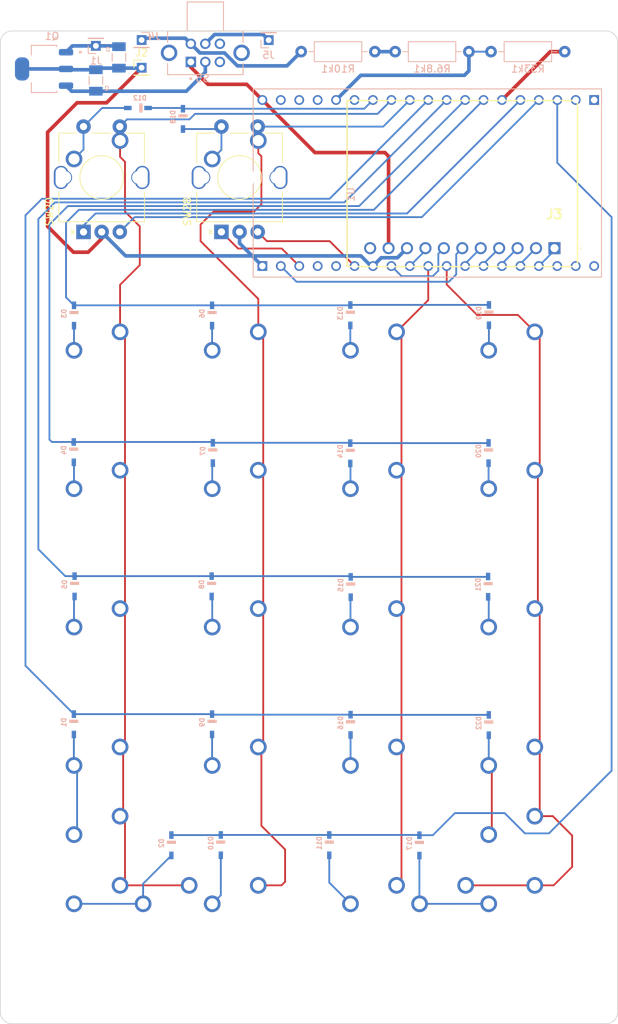
<source format=kicad_pcb>
(kicad_pcb (version 20221018) (generator pcbnew)
  (layers (0 "F.Cu" signal) (31 "B.Cu" signal) (34 "B.Paste" user) (35 "F.Paste" user) (36 "B.SilkS" user "B.Silkscreen") (37 "F.SilkS" user "F.Silkscreen") (38 "B.Mask" user) (39 "F.Mask" user) (44 "Edge.Cuts" user))
  (net 0 "")
  (net 1 "Net-(D19-PadA)")
  (net 2 "Net-(D20-PadA)")
  (net 3 "Net-(D21-PadA)")
  (net 4 "Net-(D22-PadA)")
  (net 5 "Net-(D2-PadA)")
  (net 6 "Net-(D5-PadA)")
  (net 7 "Net-(D6-PadA)")
  (net 8 "Net-(D7-PadA)")
  (net 9 "Net-(D8-PadA)")
  (net 10 "Net-(D9-PadA)")
  (net 11 "Net-(D10-PadA)")
  (net 12 "Net-(D11-PadA)")
  (net 13 "Net-(D12-PadA)")
  (net 14 "Net-(D13-PadA)")
  (net 15 "Net-(D14-PadA)")
  (net 16 "Net-(D15-PadA)")
  (net 17 "Net-(D16-PadA)")
  (net 18 "Net-(D17-PadA)")
  (net 19 "Net-(D18-PadA)")
  (net 20 "Net-(D1-PadA)")
  (net 21 "Net-(D3-PadA)")
  (net 22 "Net-(D4-PadA)")
  (net 25 "Batt V")
  (net 26 "Net-(Q1-S)")
  (net 31 "Net-(R10k1-Pad2)")
  (net 39 "GND")
  (net 40 "3.3V")
  (net 41 "SCK")
  (net 42 "MISO")
  (net 43 "MOSI")
  (net 44 "TFTCS")
  (net 45 "RST")
  (net 46 "DC")
  (net 47 "SDCS")
  (net 48 "LIT")
  (net 49 "Row5")
  (net 50 "Row6")
  (net 51 "Row2")
  (net 52 "Row3")
  (net 53 "Row4")
  (net 54 "Row1")
  (net 55 "Col1")
  (net 56 "Col2")
  (net 57 "Col3")
  (net 58 "Col4")
  (net 59 "Enc1A")
  (net 60 "Enc1B")
  (net 61 "Enc2A")
  (net 62 "Enc2B")
  (net 63 "Batt V Pin")
  (net 64 "Batt v in")
  (net 65 "Net-(J1-Pin_1)")
  (net 67 "GND2")
  (footprint "PCM_marbastlib-mx:SW_MX_1u" (layer "F.Cu") (at 73.74375 67.6055)
    (fp_text reference "SW14" hide)
    (fp_text value "MX_SW_solder" hide)
  )
  (footprint "PCM_marbastlib-mx:SW_MX_1u" (layer "F.Cu") (at 54.69375 86.6555)
    (fp_text reference "SW9" hide)
    (fp_text value "MX_SW_solder" hide)
  )
  (footprint "PCM_marbastlib-mx:SW_MX_1u" (layer "F.Cu") (at 35.64375 67.6055)
    (fp_text reference "SW1" hide)
    (fp_text value "MX_SW_solder" hide)
  )
  (footprint "PCM_marbastlib-mx:SW_MX_1u" (layer "F.Cu") (at 35.64375 143.8055)
    (fp_text reference "SW6" hide)
    (fp_text value "MX_SW_solder" hide)
  )
  (footprint "PCM_marbastlib-mx:STAB_MX_2u" (layer "F.Cu") (at 35.64375 134.2805 90)
    (fp_text reference "S1" hide)
    (fp_text value "MX_stab")
  )
  (footprint "PCM_marbastlib-mx:SW_MX_1u" (layer "F.Cu") (at 35.64375 124.7555)
    (fp_text reference "SW5" hide)
    (fp_text value "MX_SW_solder" hide)
  )
  (footprint "PCM_marbastlib-mx:SW_MX_1u" (layer "F.Cu") (at 35.64375 41.268)
    (fp_text reference "SW13" hide)
    (fp_text value "MX_SW_solder" hide)
  )
  (footprint "KiCad:4383" (layer "F.Cu") (at 98.04375 51.0055)
    (fp_text reference "J3")
    (fp_text value "4383" hide)
  )
  (footprint "PCM_marbastlib-mx:STAB_MX_2u" (layer "F.Cu") (at 92.79375 134.2805 -90)
    (fp_text reference "S4" hide)
    (fp_text value "MX_stab")
  )
  (footprint "PCM_marbastlib-mx:SW_MX_1u" (layer "F.Cu") (at 54.69375 105.7055)
    (fp_text reference "SW10" hide)
    (fp_text value "MX_SW_solder" hide)
  )
  (footprint "PCM_marbastlib-mx:SW_MX_1u" (layer "F.Cu") (at 54.69375 124.7555)
    (fp_text reference "SW11" hide)
    (fp_text value "MX_SW_solder" hide)
  )
  (footprint "PCM_marbastlib-mx:SW_MX_1u" (layer "F.Cu") (at 54.69375 143.8055)
    (fp_text reference "SW12" hide)
    (fp_text value "MX_SW_solder" hide)
  )
  (footprint "PCM_marbastlib-mx:SW_MX_1u" (layer "F.Cu") (at 35.64375 105.7055)
    (fp_text reference "SW3" hide)
    (fp_text value "MX_SW_solder" hide)
  )
  (footprint "PCM_marbastlib-mx:SW_MX_1u" (layer "F.Cu") (at 73.74375 86.6555)
    (fp_text reference "SW15" hide)
    (fp_text value "MX_SW_solder" hide)
  )
  (footprint "PCM_marbastlib-mx:SW_MX_1u" (layer "F.Cu") (at 83.26875 143.8055)
    (fp_text reference "SW19" hide)
    (fp_text value "MX_SW_solder" hide)
  )
  (footprint "PCM_marbastlib-mx:SW_MX_1u" (layer "F.Cu") (at 92.79375 67.6055)
    (fp_text reference "SW22" hide)
    (fp_text value "MX_SW_solder" hide)
  )
  (footprint "PCM_marbastlib-mx:STAB_MX_2u" (layer "F.Cu") (at 45.16875 143.8055 180)
    (fp_text reference "S2" hide)
    (fp_text value "MX_stab")
  )
  (footprint "PCM_marbastlib-mx:SW_MX_1u" (layer "F.Cu") (at 54.69375 41.268)
    (fp_text reference "SW21" hide)
    (fp_text value "MX_SW_solder" hide)
  )
  (footprint "PCM_marbastlib-mx:SW_MX_1u" (layer "F.Cu") (at 92.79375 134.2805)
    (fp_text reference "SW25" hide)
    (fp_text value "MX_SW_solder" hide)
  )
  (footprint "PCM_marbastlib-mx:SW_MX_1u" (layer "F.Cu") (at 35.64375 134.2805)
    (fp_text reference "SW4" hide)
    (fp_text value "MX_SW_solder" hide)
  )
  (footprint "PCM_marbastlib-mx:STAB_MX_2u" (layer "F.Cu") (at 83.26875 143.8055 180)
    (fp_text reference "S3" hide)
    (fp_text value "MX_stab")
  )
  (footprint "PCM_marbastlib-mx:SW_MX_1u" (layer "F.Cu") (at 92.79375 105.7055)
    (fp_text reference "SW24" hide)
    (fp_text value "MX_SW_solder" hide)
  )
  (footprint "Rotary_Encoder:RotaryEncoder_Alps_EC11E-Switch_Vertical_H20mm" (layer "F.Cu") (at 52.15 48.768 90)
    (fp_text reference "SW28")
    (fp_text value "RotaryEncoder_Switch")
  )
  (footprint "PCM_marbastlib-mx:SW_MX_1u" (layer "F.Cu") (at 73.74375 105.7055)
    (fp_text reference "SW16" hide)
    (fp_text value "MX_SW_solder" hide)
  )
  (footprint "Rotary_Encoder:RotaryEncoder_Alps_EC11E-Switch_Vertical_H20mm" (layer "F.Cu") (at 33.14375 48.768 90)
    (fp_text reference "SW20")
    (fp_text value "RotaryEncoder_Switch")
  )
  (footprint "PCM_marbastlib-mx:SW_MX_1u" (layer "F.Cu") (at 92.79375 143.8055)
    (fp_text reference "SW27" hide)
    (fp_text value "MX_SW_solder" hide)
  )
  (footprint "Connector_PinHeader_2.00mm:PinHeader_1x01_P2.00mm_Vertical" (layer "F.Cu") (at 41.148 26.162)
    (fp_text reference "J2")
    (fp_text value "Vout-")
  )
  (footprint "PCM_marbastlib-mx:SW_MX_1u" (layer "F.Cu") (at 54.69375 67.6055)
    (fp_text reference "SW8" hide)
    (fp_text value "MX_SW_solder" hide)
  )
  (footprint "PCM_marbastlib-mx:SW_MX_1u" (layer "F.Cu") (at 92.79375 86.6555)
    (fp_text reference "SW23" hide)
    (fp_text value "MX_SW_solder" hide)
  )
  (footprint "PCM_marbastlib-mx:SW_MX_1u" (layer "F.Cu") (at 73.74375 124.7555)
    (fp_text reference "SW17" hide)
    (fp_text value "MX_SW_solder" hide)
  )
  (footprint "PCM_marbastlib-mx:SW_MX_1u" (layer "F.Cu") (at 92.79375 124.7555)
    (fp_text reference "SW26" hide)
    (fp_text value "MX_SW_solder" hide)
  )
  (footprint "PCM_marbastlib-mx:SW_MX_1u" (layer "F.Cu") (at 73.74375 143.8055)
    (fp_text reference "SW18" hide)
    (fp_text value "MX_SW_solder" hide)
  )
  (footprint "PCM_marbastlib-mx:SW_MX_1u" (layer "F.Cu") (at 45.16875 143.8055)
    (fp_text reference "SW7" hide)
    (fp_text value "MX_SW_solder" hide)
  )
  (footprint "PCM_marbastlib-mx:SW_MX_1u" (layer "F.Cu") (at 35.64375 86.6555)
    (fp_text reference "SW2" hide)
    (fp_text value "MX_SW_solder" hide)
  )
  (footprint "Resistor_THT:R_Axial_DIN0207_L6.3mm_D2.5mm_P10.16mm_Horizontal" (layer "B.Cu") (at 89.30125 23.94925)
    (fp_text reference "R33k1")
    (fp_text value "R")
  )
  (footprint "1N4148WS:SODFL2512X100N" (layer "B.Cu") (at 69.90375 79.2455 -90)
    (fp_text reference "D14")
    (fp_text value "1N4148WS")
  )
  (footprint "1N4148WS:SODFL2512X100N" (layer "B.Cu") (at 50.80375 97.5555 -90)
    (fp_text reference "D8")
    (fp_text value "1N4148WS")
  )
  (footprint "EG2208:SW_EG2208" (layer "B.Cu") (at 49.93125 24.1145)
    (fp_text reference "S5")
    (fp_text value "Switch")
  )
  (footprint "1N4148WS:SODFL2512X100N" (layer "B.Cu") (at 69.94375 116.6255 -90)
    (fp_text reference "D16")
    (fp_text value "1N4148WS")
  )
  (footprint "1N4148WS:SODFL2512X100N" (layer "B.Cu") (at 50.86375 116.5555 -90)
    (fp_text reference "D9")
    (fp_text value "1N4148WS")
  )
  (footprint "1N4148WS:SODFL2512X100N" (layer "B.Cu") (at 69.96375 97.6555 -90)
    (fp_text reference "D15")
    (fp_text value "1N4148WS")
  )
  (footprint "1N4148WS:SODFL2512X100N" (layer "B.Cu") (at 31.83375 60.2755 -90)
    (fp_text reference "D3")
    (fp_text value "1N4148WS")
  )
  (footprint "1N4148WS:SODFL2512X100N" (layer "B.Cu") (at 31.80375 79.0855 -90)
    (fp_text reference "D4")
    (fp_text value "1N4148WS")
  )
  (footprint "1uF smd cap:CAPC3216X170N" (layer "B.Cu") (at 38.025 24.743 -90)
    (fp_text reference "C1")
    (fp_text value "1uF Cap")
  )
  (footprint "1uF smd cap:CAPC3216X170N" (layer "B.Cu") (at 34.85 27.918 90)
    (fp_text reference "C2")
    (fp_text value "1uF Cap")
  )
  (footprint "1N4148WS:SODFL2512X100N" (layer "B.Cu") (at 79.43375 133.2255 -90)
    (fp_text reference "D17")
    (fp_text value "1N4148WS")
  )
  (footprint "1N4148WS:SODFL2512X100N" (layer "B.Cu") (at 69.91375 60.2355 -90)
    (fp_text reference "D13")
    (fp_text value "1N4148WS")
  )
  (footprint "ESP32_NODEMCU:MODULE_ESP32_NODEMCU" (layer "B.Cu") (at 83.19375 56.0055 -90)
    (fp_text reference "U1")
    (fp_text value "ESP32_NODEMCU")
  )
  (footprint "Connector_PinHeader_2.00mm:PinHeader_1x01_P2.00mm_Vertical" (layer "B.Cu") (at 58.6625 22.36175)
    (fp_text reference "J5")
    (fp_text value "Batt lead")
  )
  (footprint "1N4148WS:SODFL2512X100N" (layer "B.Cu") (at 67.01375 133.1855 -90)
    (fp_text reference "D11")
    (fp_text value "1N4148WS")
  )
  (footprint "Resistor_THT:R_Axial_DIN0207_L6.3mm_D2.5mm_P10.16mm_Horizontal" (layer "B.Cu") (at 76.093252 23.94925)
    (fp_text reference "R6.8k1")
    (fp_text value "R")
  )
  (footprint "Connector_PinHeader_2.00mm:PinHeader_1x01_P2.00mm_Vertical" (layer "B.Cu") (at 41.148 22.352 180)
    (fp_text reference "J4")
    (fp_text value "Batt link")
  )
  (footprint "1N4148WS:SODFL2512X100N" (layer "B.Cu") (at 89.01375 60.2155 -90)
    (fp_text reference "D19")
    (fp_text value "1N4148WS")
  )
  (footprint "1N4148WS:SODFL2512X100N" (layer "B.Cu") (at 46.84375 33.2055 -90)
    (fp_text reference "D18")
    (fp_text value "1N4148WS")
  )
  (footprint "1N4148WS:SODFL2512X100N" (layer "B.Cu") (at 40.64375 31.7055 180)
    (fp_text reference "D12")
    (fp_text value "1N4148WS")
  )
  (footprint "Connector_PinHeader_2.00mm:PinHeader_1x01_P2.00mm_Vertical" (layer "B.Cu") (at 34.85 23.1555)
    (fp_text reference "J1")
    (fp_text value "Vout+")
  )
  (footprint "1N4148WS:SODFL2512X100N" (layer "B.Cu") (at 31.81375 116.5555 -90)
    (fp_text reference "D1")
    (fp_text value "1N4148WS")
  )
  (footprint "Resistor_THT:R_Axial_DIN0207_L6.3mm_D2.5mm_P10.16mm_Horizontal" (layer "B.Cu") (at 63.139251 23.94925)
    (fp_text reference "R10k1")
    (fp_text value "R")
  )
  (footprint "1N4148WS:SODFL2512X100N" (layer "B.Cu") (at 50.96375 79.1955 -90)
    (fp_text reference "D7")
    (fp_text value "1N4148WS")
  )
  (footprint "1N4148WS:SODFL2512X100N" (layer "B.Cu") (at 88.96375 79.2055 -90)
    (fp_text reference "D20")
    (fp_text value "1N4148WS")
  )
  (footprint "1N4148WS:SODFL2512X100N" (layer "B.Cu") (at 88.90375 97.6055 -90)
    (fp_text reference "D21")
    (fp_text value "1N4148WS")
  )
  (footprint "1N4148WS:SODFL2512X100N" (layer "B.Cu") (at 50.86375 60.2755 -90)
    (fp_text reference "D6")
    (fp_text value "1N4148WS")
  )
  (footprint "3.3V IC REG LIN:SOT230P700X180-4N" (layer "B.Cu") (at 27.70625 26.3305 180)
    (fp_text reference "Q1")
    (fp_text value "3.3V Reg")
  )
  (footprint "1N4148WS:SODFL2512X100N" (layer "B.Cu") (at 52.06375 133.1855 -90)
    (fp_text reference "D10")
    (fp_text value "1N4148WS")
  )
  (footprint "1N4148WS:SODFL2512X100N" (layer "B.Cu") (at 45.25375 133.2055 -90)
    (fp_text reference "D2")
    (fp_text value "1N4148WS")
  )
  (footprint "1N4148WS:SODFL2512X100N" (layer "B.Cu") (at 31.91375 97.5555 -90)
    (fp_text reference "D5")
    (fp_text value "1N4148WS")
  )
  (footprint "1N4148WS:SODFL2512X100N" (layer "B.Cu") (at 88.99375 116.6555 -90)
    (fp_text reference "D22")
    (fp_text value "1N4148WS")
  )
  (gr_line (start 23.272532 157.764218) (end 105.164968 157.764218) (stroke (width 0.1)) (layer "Edge.Cuts"))
  (gr_arc (start 21.685032 22.690532) (mid 22.149999 21.567999) (end 23.272532 21.103032) (stroke (width 0.1)) (layer "Edge.Cuts"))
  (gr_arc (start 106.752468 156.176718) (mid 106.287492 157.299227) (end 105.164968 157.764218) (stroke (width 0.1)) (layer "Edge.Cuts"))
  (gr_line (start 105.164968 21.103032) (end 23.272532 21.103032) (stroke (width 0.1)) (layer "Edge.Cuts"))
  (gr_line (start 21.685032 22.690532) (end 21.685032 156.176718) (stroke (width 0.1)) (layer "Edge.Cuts"))
  (gr_arc (start 23.272532 157.764218) (mid 22.150005 157.299245) (end 21.685032 156.176718) (stroke (width 0.1)) (layer "Edge.Cuts"))
  (gr_arc (start 105.164968 21.103032) (mid 106.28748 21.56802) (end 106.752468 22.690532) (stroke (width 0.1)) (layer "Edge.Cuts"))
  (gr_line (start 106.752468 156.176718) (end 106.752468 22.690532) (stroke (width 0.1)) (layer "Edge.Cuts"))
  (segment (start 89.01375 65.0355) (end 88.98375 65.0655) (width 0.25) (layer "B.Cu") (net 1))
  (segment (start 89.01375 61.6155) (end 89.01375 65.0355) (width 0.25) (layer "B.Cu") (net 1))
  (segment (start 88.96375 80.6055) (end 88.96375 84.0955) (width 0.25) (layer "B.Cu") (net 2))
  (segment (start 88.96375 84.0955) (end 88.98375 84.1155) (width 0.25) (layer "B.Cu") (net 2))
  (segment (start 88.98375 99.0855) (end 88.90375 99.0055) (width 0.25) (layer "B.Cu") (net 3))
  (segment (start 88.98375 103.1655) (end 88.98375 99.0855) (width 0.25) (layer "B.Cu") (net 3))
  (segment (start 89.408 122.63975) (end 89.408 131.31625) (width 0.25) (layer "F.Cu") (net 4))
  (segment (start 89.408 131.31625) (end 88.98375 131.7405) (width 0.25) (layer "F.Cu") (net 4))
  (segment (start 88.98375 122.2155) (end 89.408 122.63975) (width 0.25) (layer "F.Cu") (net 4))
  (segment (start 88.98375 118.0655) (end 88.99375 118.0555) (width 0.25) (layer "B.Cu") (net 4))
  (segment (start 88.98375 122.2155) (end 88.98375 118.0655) (width 0.25) (layer "B.Cu") (net 4))
  (segment (start 41.35875 141.2655) (end 41.35875 138.5005) (width 0.25) (layer "B.Cu") (net 5))
  (segment (start 41.35875 138.5005) (end 45.25375 134.6055) (width 0.25) (layer "B.Cu") (net 5))
  (segment (start 31.83375 141.2655) (end 41.35875 141.2655) (width 0.25) (layer "B.Cu") (net 5))
  (segment (start 31.83375 99.0355) (end 31.91375 98.9555) (width 0.25) (layer "B.Cu") (net 6))
  (segment (start 31.83375 103.1655) (end 31.83375 99.0355) (width 0.25) (layer "B.Cu") (net 6))
  (segment (start 50.86375 65.0455) (end 50.88375 65.0655) (width 0.25) (layer "B.Cu") (net 7))
  (segment (start 50.86375 61.6755) (end 50.86375 65.0455) (width 0.25) (layer "B.Cu") (net 7))
  (segment (start 50.88375 80.6755) (end 50.96375 80.5955) (width 0.25) (layer "B.Cu") (net 8))
  (segment (start 50.88375 84.1155) (end 50.88375 80.6755) (width 0.25) (layer "B.Cu") (net 8))
  (segment (start 50.88375 99.0355) (end 50.80375 98.9555) (width 0.25) (layer "B.Cu") (net 9))
  (segment (start 50.88375 103.1655) (end 50.88375 99.0355) (width 0.25) (layer "B.Cu") (net 9))
  (segment (start 50.86375 122.1955) (end 50.88375 122.2155) (width 0.25) (layer "B.Cu") (net 10))
  (segment (start 50.86375 117.9555) (end 50.86375 122.1955) (width 0.25) (layer "B.Cu") (net 10))
  (segment (start 52.06375 140.0855) (end 50.88375 141.2655) (width 0.25) (layer "B.Cu") (net 11))
  (segment (start 52.06375 134.5855) (end 52.06375 140.0855) (width 0.25) (layer "B.Cu") (net 11))
  (segment (start 67.01375 134.5855) (end 67.01375 138.3455) (width 0.25) (layer "B.Cu") (net 12))
  (segment (start 67.01375 138.3455) (end 69.93375 141.2655) (width 0.25) (layer "B.Cu") (net 12))
  (segment (start 33.14375 37.418) (end 31.83375 38.728) (width 0.25) (layer "B.Cu") (net 13))
  (segment (start 35.70625 31.7055) (end 39.24375 31.7055) (width 0.25) (layer "B.Cu") (net 13))
  (segment (start 33.14375 34.268) (end 35.70625 31.7055) (width 0.25) (layer "B.Cu") (net 13))
  (segment (start 33.14375 34.268) (end 33.14375 37.418) (width 0.25) (layer "B.Cu") (net 13))
  (segment (start 69.91375 61.6355) (end 69.91375 65.0455) (width 0.25) (layer "B.Cu") (net 14))
  (segment (start 69.91375 65.0455) (end 69.93375 65.0655) (width 0.25) (layer "B.Cu") (net 14))
  (segment (start 69.93375 84.1155) (end 69.93375 80.6755) (width 0.25) (layer "B.Cu") (net 15))
  (segment (start 69.93375 80.6755) (end 69.90375 80.6455) (width 0.25) (layer "B.Cu") (net 15))
  (segment (start 69.93375 103.1655) (end 69.93375 99.0855) (width 0.25) (layer "B.Cu") (net 16))
  (segment (start 69.93375 99.0855) (end 69.96375 99.0555) (width 0.25) (layer "B.Cu") (net 16))
  (segment (start 69.94375 118.0255) (end 69.94375 122.2055) (width 0.25) (layer "B.Cu") (net 17))
  (segment (start 69.94375 122.2055) (end 69.93375 122.2155) (width 0.25) (layer "B.Cu") (net 17))
  (segment (start 79.43375 141.2405) (end 79.45875 141.2655) (width 0.25) (layer "B.Cu") (net 18))
  (segment (start 79.45875 141.2655) (end 88.98375 141.2655) (width 0.25) (layer "B.Cu") (net 18))
  (segment (start 79.43375 134.6255) (end 79.43375 141.2405) (width 0.25) (layer "B.Cu") (net 18))
  (segment (start 52.15 37.46175) (end 50.88375 38.728) (width 0.25) (layer "B.Cu") (net 19))
  (segment (start 51.8125 34.6055) (end 52.15 34.268) (width 0.25) (layer "B.Cu") (net 19))
  (segment (start 46.84375 34.6055) (end 51.8125 34.6055) (width 0.25) (layer "B.Cu") (net 19))
  (segment (start 52.15 34.268) (end 52.15 37.46175) (width 0.25) (layer "B.Cu") (net 19))
  (segment (start 31.81375 117.9555) (end 31.81375 122.1955) (width 0.25) (layer "B.Cu") (net 20))
  (segment (start 32.258 122.63975) (end 32.258 131.31625) (width 0.25) (layer "B.Cu") (net 20))
  (segment (start 31.83375 122.2155) (end 32.258 122.63975) (width 0.25) (layer "B.Cu") (net 20))
  (segment (start 31.81375 122.1955) (end 31.83375 122.2155) (width 0.25) (layer "B.Cu") (net 20))
  (segment (start 32.258 131.31625) (end 31.83375 131.7405) (width 0.25) (layer "B.Cu") (net 20))
  (segment (start 31.83375 61.6755) (end 31.83375 65.0655) (width 0.25) (layer "B.Cu") (net 21))
  (segment (start 31.83375 80.5155) (end 31.80375 80.4855) (width 0.25) (layer "B.Cu") (net 22))
  (segment (start 31.83375 84.1155) (end 31.83375 80.5155) (width 0.25) (layer "B.Cu") (net 22))
  (segment (start 51.20575 21.59) (end 57.89075 21.59) (width 0.5) (layer "B.Cu") (net 25))
  (segment (start 49.93125 22.8645) (end 51.20575 21.59) (width 0.5) (layer "B.Cu") (net 25))
  (segment (start 57.89075 21.59) (end 58.6625 22.36175) (width 0.5) (layer "B.Cu") (net 25))
  (segment (start 31.49575 29.395) (end 34.85 29.395) (width 0.5) (layer "B.Cu") (net 26))
  (segment (start 34.85 29.395) (end 47.313 29.395) (width 0.5) (layer "B.Cu") (net 26))
  (segment (start 47.313 29.395) (end 49.93125 26.77675) (width 0.5) (layer "B.Cu") (net 26))
  (segment (start 49.93125 26.77675) (end 49.93125 25.3645) (width 0.5) (layer "B.Cu") (net 26))
  (segment (start 30.73125 28.6305) (end 31.49575 29.395) (width 0.5) (layer "B.Cu") (net 26))
  (segment (start 73.299251 23.94925) (end 76.093252 23.94925) (width 0.5) (layer "B.Cu") (net 31))
  (segment (start 36.576 30.734) (end 36.322 30.988) (width 0.5) (layer "F.Cu") (net 39))
  (segment (start 28.194 48.006) (end 31.75 51.562) (width 0.5) (layer "F.Cu") (net 39))
  (segment (start 36.322 30.988) (end 32.258 30.988) (width 0.5) (layer "F.Cu") (net 39))
  (segment (start 33.528 51.562) (end 33.782 51.562) (width 0.5) (layer "F.Cu") (net 39))
  (segment (start 31.75 51.562) (end 33.528 51.562) (width 0.5) (layer "F.Cu") (net 39))
  (segment (start 35.64375 48.768) (end 35.64375 49.70025) (width 0.5) (layer "F.Cu") (net 39))
  (segment (start 32.258 30.988) (end 28.194 35.052) (width 0.5) (layer "F.Cu") (net 39))
  (segment (start 35.64375 49.70025) (end 33.782 51.562) (width 0.5) (layer "F.Cu") (net 39))
  (segment (start 28.194 43.688) (end 28.194 48.006) (width 0.5) (layer "F.Cu") (net 39))
  (segment (start 41.148 26.162) (end 36.576 30.734) (width 0.5) (layer "F.Cu") (net 39))
  (segment (start 28.194 35.052) (end 28.194 43.688) (width 0.5) (layer "F.Cu") (net 39))
  (segment (start 73.03375 53.4655) (end 74.17525 52.324) (width 0.5) (layer "B.Cu") (net 39))
  (segment (start 56.388 52.07) (end 71.374 52.07) (width 0.5) (layer "B.Cu") (net 39))
  (segment (start 57.7835 53.4655) (end 57.79375 53.4655) (width 0.5) (layer "B.Cu") (net 39))
  (segment (start 35.071 26.22) (end 34.85 26.441) (width 0.5) (layer "B.Cu") (net 39))
  (segment (start 35.64375 48.768) (end 38.94575 52.07) (width 0.5) (layer "B.Cu") (net 39))
  (segment (start 38.025 26.22) (end 35.071 26.22) (width 0.5) (layer "B.Cu") (net 39))
  (segment (start 30.73125 26.3305) (end 30.84175 26.441) (width 0.5) (layer "B.Cu") (net 39))
  (segment (start 24.68125 26.3305) (end 30.73125 26.3305) (width 0.5) (layer "B.Cu") (net 39))
  (segment (start 30.84175 26.441) (end 34.85 26.441) (width 0.5) (layer "B.Cu") (net 39))
  (segment (start 71.374 52.07) (end 72.7695 53.4655) (width 0.5) (layer "B.Cu") (net 39))
  (segment (start 74.17525 52.324) (end 76.40525 52.324) (width 0.5) (layer "B.Cu") (net 39))
  (segment (start 54.65 48.768) (end 54.65 50.332) (width 0.5) (layer "B.Cu") (net 39))
  (segment (start 54.65 50.332) (end 56.388 52.07) (width 0.5) (layer "B.Cu") (net 39))
  (segment (start 72.7695 53.4655) (end 73.03375 53.4655) (width 0.5) (layer "B.Cu") (net 39))
  (segment (start 41.09 26.22) (end 41.148 26.162) (width 0.5) (layer "B.Cu") (net 39))
  (segment (start 56.388 52.07) (end 57.7835 53.4655) (width 0.5) (layer "B.Cu") (net 39))
  (segment (start 76.40525 52.324) (end 77.72375 51.0055) (width 0.5) (layer "B.Cu") (net 39))
  (segment (start 38.94575 52.07) (end 56.388 52.07) (width 0.5) (layer "B.Cu") (net 39))
  (segment (start 38.025 26.22) (end 41.09 26.22) (width 0.5) (layer "B.Cu") (net 39))
  (segment (start 57.79375 30.6055) (end 65.024 37.83575) (width 0.5) (layer "F.Cu") (net 40))
  (segment (start 74.676 37.846) (end 75.18375 38.35375) (width 0.5) (layer "F.Cu") (net 40))
  (segment (start 50.292 28.448) (end 55.63625 28.448) (width 0.5) (layer "F.Cu") (net 40))
  (segment (start 55.63625 28.448) (end 57.79375 30.6055) (width 0.5) (layer "F.Cu") (net 40))
  (segment (start 75.18375 38.35375) (end 75.18375 51.0055) (width 0.5) (layer "F.Cu") (net 40))
  (segment (start 47.93125 26.08725) (end 50.292 28.448) (width 0.5) (layer "F.Cu") (net 40))
  (segment (start 65.024 37.83575) (end 65.024 37.846) (width 0.5) (layer "F.Cu") (net 40))
  (segment (start 65.024 37.846) (end 74.676 37.846) (width 0.5) (layer "F.Cu") (net 40))
  (segment (start 47.93125 25.3645) (end 47.93125 26.08725) (width 0.5) (layer "F.Cu") (net 40))
  (segment (start 78.11375 53.4655) (end 80.26375 51.3155) (width 0.25) (layer "B.Cu") (net 41))
  (segment (start 80.26375 51.3155) (end 80.26375 51.0055) (width 0.25) (layer "B.Cu") (net 41))
  (segment (start 81.28 54.864) (end 82.042 54.102) (width 0.25) (layer "B.Cu") (net 42))
  (segment (start 82.042 54.102) (end 82.042 51.76725) (width 0.25) (layer "B.Cu") (net 42))
  (segment (start 75.57375 53.4655) (end 76.97225 54.864) (width 0.25) (layer "B.Cu") (net 42))
  (segment (start 76.97225 54.864) (end 81.28 54.864) (width 0.25) (layer "B.Cu") (net 42))
  (segment (start 82.042 51.76725) (end 82.80375 51.0055) (width 0.25) (layer "B.Cu") (net 42))
  (segment (start 84.511251 54.61) (end 83.495251 55.626) (width 0.25) (layer "B.Cu") (net 43))
  (segment (start 84.511251 51.837999) (end 84.511251 54.61) (width 0.25) (layer "B.Cu") (net 43))
  (segment (start 85.34375 51.0055) (end 84.511251 51.837999) (width 0.25) (layer "B.Cu") (net 43))
  (segment (start 62.49425 55.626) (end 60.33375 53.4655) (width 0.25) (layer "B.Cu") (net 43))
  (segment (start 83.495251 55.626) (end 62.49425 55.626) (width 0.25) (layer "B.Cu") (net 43))
  (segment (start 87.88375 51.0055) (end 85.73375 53.1555) (width 0.25) (layer "B.Cu") (net 44))
  (segment (start 85.73375 53.1555) (end 85.73375 53.4655) (width 0.25) (layer "B.Cu") (net 44))
  (segment (start 88.27375 53.1555) (end 88.27375 53.4655) (width 0.25) (layer "B.Cu") (net 45))
  (segment (start 90.42375 51.0055) (end 88.27375 53.1555) (width 0.25) (layer "B.Cu") (net 45))
  (segment (start 90.81375 53.1555) (end 90.81375 53.4655) (width 0.25) (layer "B.Cu") (net 46))
  (segment (start 92.96375 51.0055) (end 90.81375 53.1555) (width 0.25) (layer "B.Cu") (net 46))
  (segment (start 95.50375 51.0055) (end 93.35375 53.1555) (width 0.25) (layer "B.Cu") (net 47))
  (segment (start 93.35375 53.1555) (end 93.35375 53.4655) (width 0.25) (layer "B.Cu") (net 47))
  (segment (start 98.04375 51.0055) (end 98.04375 51.3155) (width 0.25) (layer "B.Cu") (net 48))
  (segment (start 98.04375 51.3155) (end 95.89375 53.4655) (width 0.25) (layer "B.Cu") (net 48))
  (segment (start 31.73875 115.2305) (end 31.81375 115.1555) (width 0.25) (layer "B.Cu") (net 49))
  (segment (start 69.94375 115.2255) (end 50.93375 115.2255) (width 0.25) (layer "B.Cu") (net 49))
  (segment (start 50.93375 115.2255) (end 50.86375 115.1555) (width 0.25) (layer "B.Cu") (net 49))
  (segment (start 88.99375 115.2555) (end 69.97375 115.2555) (width 0.25) (layer "B.Cu") (net 49))
  (segment (start 31.81375 115.1555) (end 50.86375 115.1555) (width 0.25) (layer "B.Cu") (net 49))
  (segment (start 27.432 44.196) (end 25.146 46.482) (width 0.25) (layer "B.Cu") (net 49))
  (segment (start 25.146 46.482) (end 25.146 108.48775) (width 0.25) (layer "B.Cu") (net 49))
  (segment (start 80.65375 30.6055) (end 67.06325 44.196) (width 0.25) (layer "B.Cu") (net 49))
  (segment (start 69.97375 115.2555) (end 69.94375 115.2255) (width 0.25) (layer "B.Cu") (net 49))
  (segment (start 67.06325 44.196) (end 27.432 44.196) (width 0.25) (layer "B.Cu") (net 49))
  (segment (start 25.146 108.48775) (end 31.81375 115.1555) (width 0.25) (layer "B.Cu") (net 49))
  (segment (start 98.43375 39.25175) (end 105.918 46.736) (width 0.25) (layer "B.Cu") (net 50))
  (segment (start 52.06375 131.7855) (end 67.01375 131.7855) (width 0.25) (layer "B.Cu") (net 50))
  (segment (start 98.43375 30.6055) (end 98.43375 39.25175) (width 0.25) (layer "B.Cu") (net 50))
  (segment (start 52.04375 131.8055) (end 52.06375 131.7855) (width 0.25) (layer "B.Cu") (net 50))
  (segment (start 105.918 122.936) (end 97.282 131.572) (width 0.25) (layer "B.Cu") (net 50))
  (segment (start 97.282 131.572) (end 93.98 131.572) (width 0.25) (layer "B.Cu") (net 50))
  (segment (start 81.2805 131.8255) (end 79.43375 131.8255) (width 0.25) (layer "B.Cu") (net 50))
  (segment (start 91.186 128.778) (end 84.328 128.778) (width 0.25) (layer "B.Cu") (net 50))
  (segment (start 105.918 46.736) (end 105.918 122.936) (width 0.25) (layer "B.Cu") (net 50))
  (segment (start 45.25375 131.8055) (end 52.04375 131.8055) (width 0.25) (layer "B.Cu") (net 50))
  (segment (start 93.98 131.572) (end 91.186 128.778) (width 0.25) (layer "B.Cu") (net 50))
  (segment (start 79.39375 131.7855) (end 79.43375 131.8255) (width 0.25) (layer "B.Cu") (net 50))
  (segment (start 84.328 128.778) (end 81.2805 131.8255) (width 0.25) (layer "B.Cu") (net 50))
  (segment (start 67.01375 131.7855) (end 79.39375 131.7855) (width 0.25) (layer "B.Cu") (net 50))
  (segment (start 30.734 57.77575) (end 31.83375 58.8755) (width 0.25) (layer "B.Cu") (net 51))
  (segment (start 69.87375 58.8755) (end 69.91375 58.8355) (width 0.25) (layer "B.Cu") (net 51))
  (segment (start 51.17375 58.8755) (end 48.85175 58.8755) (width 0.25) (layer "B.Cu") (net 51))
  (segment (start 69.93375 58.8155) (end 69.91375 58.8355) (width 0.25) (layer "B.Cu") (net 51))
  (segment (start 48.85175 58.8755) (end 31.83375 58.8755) (width 0.25) (layer "B.Cu") (net 51))
  (segment (start 88.27375 30.6055) (end 73.15925 45.72) (width 0.25) (layer "B.Cu") (net 51))
  (segment (start 30.734 47.498) (end 30.734 57.77575) (width 0.25) (layer "B.Cu") (net 51))
  (segment (start 50.86375 58.8755) (end 51.17375 58.8755) (width 0.25) (layer "B.Cu") (net 51))
  (segment (start 32.512 45.72) (end 30.734 47.498) (width 0.25) (layer "B.Cu") (net 51))
  (segment (start 73.15925 45.72) (end 32.512 45.72) (width 0.25) (layer "B.Cu") (net 51))
  (segment (start 51.17375 58.8755) (end 69.87375 58.8755) (width 0.25) (layer "B.Cu") (net 51))
  (segment (start 48.77225 58.8755) (end 48.85175 58.8755) (width 0.25) (layer "B.Cu") (net 51))
  (segment (start 89.01375 58.8155) (end 69.93375 58.8155) (width 0.25) (layer "B.Cu") (net 51))
  (segment (start 69.85375 77.7955) (end 69.90375 77.8455) (width 0.25) (layer "B.Cu") (net 52))
  (segment (start 28.448 77.3515) (end 28.782 77.6855) (width 0.25) (layer "B.Cu") (net 52))
  (segment (start 88.92375 77.8455) (end 88.96375 77.8055) (width 0.25) (layer "B.Cu") (net 52))
  (segment (start 31.565 77.92425) (end 31.80375 77.6855) (width 0.25) (layer "B.Cu") (net 52))
  (segment (start 28.448 47.752) (end 28.448 77.3515) (width 0.25) (layer "B.Cu") (net 52))
  (segment (start 71.12725 45.212) (end 30.988 45.212) (width 0.25) (layer "B.Cu") (net 52))
  (segment (start 85.73375 30.6055) (end 71.12725 45.212) (width 0.25) (layer "B.Cu") (net 52))
  (segment (start 50.96375 77.7955) (end 69.85375 77.7955) (width 0.25) (layer "B.Cu") (net 52))
  (segment (start 31.80375 77.6855) (end 50.85375 77.6855) (width 0.25) (layer "B.Cu") (net 52))
  (segment (start 28.782 77.6855) (end 31.80375 77.6855) (width 0.25) (layer "B.Cu") (net 52))
  (segment (start 50.85375 77.6855) (end 50.96375 77.7955) (width 0.25) (layer "B.Cu") (net 52))
  (segment (start 69.90375 77.8455) (end 88.92375 77.8455) (width 0.25) (layer "B.Cu") (net 52))
  (segment (start 30.988 45.212) (end 28.448 47.752) (width 0.25) (layer "B.Cu") (net 52))
  (segment (start 69.09525 44.704) (end 29.21 44.704) (width 0.25) (layer "B.Cu") (net 53))
  (segment (start 26.924 92.456) (end 30.6235 96.1555) (width 0.25) (layer "B.Cu") (net 53))
  (segment (start 31.91375 96.1555) (end 50.80375 96.1555) (width 0.25) (layer "B.Cu") (net 53))
  (segment (start 26.924 46.99) (end 26.924 92.456) (width 0.25) (layer "B.Cu") (net 53))
  (segment (start 88.85375 96.2555) (end 88.90375 96.2055) (width 0.25) (layer "B.Cu") (net 53))
  (segment (start 83.19375 30.6055) (end 69.09525 44.704) (width 0.25) (layer "B.Cu") (net 53))
  (segment (start 31.83375 96.0755) (end 31.91375 96.1555) (width 0.25) (layer "B.Cu") (net 53))
  (segment (start 69.96375 96.2555) (end 88.85375 96.2555) (width 0.25) (layer "B.Cu") (net 53))
  (segment (start 50.80375 96.1555) (end 69.86375 96.1555) (width 0.25) (layer "B.Cu") (net 53))
  (segment (start 30.6235 96.1555) (end 31.91375 96.1555) (width 0.25) (layer "B.Cu") (net 53))
  (segment (start 29.21 44.704) (end 26.924 46.99) (width 0.25) (layer "B.Cu") (net 53))
  (segment (start 69.86375 96.1555) (end 69.96375 96.2555) (width 0.25) (layer "B.Cu") (net 53))
  (segment (start 71.83375 31.8055) (end 46.84375 31.8055) (width 0.25) (layer "B.Cu") (net 54))
  (segment (start 42.04375 31.7055) (end 46.74375 31.7055) (width 0.25) (layer "B.Cu") (net 54))
  (segment (start 73.03375 30.6055) (end 71.83375 31.8055) (width 0.25) (layer "B.Cu") (net 54))
  (segment (start 46.74375 31.7055) (end 46.84375 31.8055) (width 0.25) (layer "B.Cu") (net 54))
  (segment (start 38.862 39.116) (end 38.18375 38.43775) (width 0.25) (layer "F.Cu") (net 55))
  (segment (start 38.18375 81.5755) (end 38.862 82.25375) (width 0.25) (layer "F.Cu") (net 55))
  (segment (start 40.894 48.006) (end 38.862 45.974) (width 0.25) (layer "F.Cu") (net 55))
  (segment (start 38.862 82.25375) (end 38.862 99.94725) (width 0.25) (layer "F.Cu") (net 55))
  (segment (start 38.608 120.09975) (end 38.608 128.77625) (width 0.25) (layer "F.Cu") (net 55))
  (segment (start 38.862 80.89725) (end 38.18375 81.5755) (width 0.25) (layer "F.Cu") (net 55))
  (segment (start 40.894 53.34) (end 40.894 48.006) (width 0.25) (layer "F.Cu") (net 55))
  (segment (start 38.18375 62.5255) (end 38.862 63.20375) (width 0.25) (layer "F.Cu") (net 55))
  (segment (start 38.18375 138.7255) (end 47.70875 138.7255) (width 0.25) (layer "F.Cu") (net 55))
  (segment (start 38.18375 62.5255) (end 38.18375 56.05025) (width 0.25) (layer "F.Cu") (net 55))
  (segment (start 38.608 128.77625) (end 38.18375 129.2005) (width 0.25) (layer "F.Cu") (net 55))
  (segment (start 38.14375 34.268) (end 38.14375 36.148) (width 0.25) (layer "F.Cu") (net 55))
  (segment (start 38.862 118.99725) (end 38.18375 119.6755) (width 0.25) (layer "F.Cu") (net 55))
  (segment (start 38.862 99.94725) (end 38.18375 100.6255) (width 0.25) (layer "F.Cu") (net 55))
  (segment (start 38.862 138.04725) (end 38.18375 138.7255) (width 0.25) (layer "F.Cu") (net 55))
  (segment (start 38.862 129.87875) (end 38.862 138.04725) (width 0.25) (layer "F.Cu") (net 55))
  (segment (start 38.18375 38.43775) (end 38.18375 36.188) (width 0.25) (layer "F.Cu") (net 55))
  (segment (start 38.862 63.20375) (end 38.862 80.89725) (width 0.25) (layer "F.Cu") (net 55))
  (segment (start 38.18375 100.6255) (end 38.862 101.30375) (width 0.25) (layer "F.Cu") (net 55))
  (segment (start 38.862 101.30375) (end 38.862 118.99725) (width 0.25) (layer "F.Cu") (net 55))
  (segment (start 38.18375 56.05025) (end 40.894 53.34) (width 0.25) (layer "F.Cu") (net 55))
  (segment (start 38.18375 119.6755) (end 38.608 120.09975) (width 0.25) (layer "F.Cu") (net 55))
  (segment (start 38.18375 129.2005) (end 38.862 129.87875) (width 0.25) (layer "F.Cu") (net 55))
  (segment (start 38.862 45.974) (end 38.862 39.116) (width 0.25) (layer "F.Cu") (net 55))
  (segment (start 38.14375 36.148) (end 38.18375 36.188) (width 0.25) (layer "F.Cu") (net 55))
  (segment (start 75.57375 30.6055) (end 73.66725 32.512) (width 0.25) (layer "B.Cu") (net 55))
  (segment (start 73.66725 32.512) (end 48.514 32.512) (width 0.25) (layer "B.Cu") (net 55))
  (segment (start 47.752 33.274) (end 39.13775 33.274) (width 0.25) (layer "B.Cu") (net 55))
  (segment (start 48.514 32.512) (end 47.752 33.274) (width 0.25) (layer "B.Cu") (net 55))
  (segment (start 39.13775 33.274) (end 38.14375 34.268) (width 0.25) (layer "B.Cu") (net 55))
  (segment (start 57.23375 138.7255) (end 60.42375 138.7255) (width 0.25) (layer "F.Cu") (net 56))
  (segment (start 57.23375 81.5755) (end 57.912 80.89725) (width 0.25) (layer "F.Cu") (net 56))
  (segment (start 49.276 47.752) (end 51.054 45.974) (width 0.25) (layer "F.Cu") (net 56))
  (segment (start 57.912 99.94725) (end 57.912 82.25375) (width 0.25) (layer "F.Cu") (net 56))
  (segment (start 57.658 120.09975) (end 57.23375 119.6755) (width 0.25) (layer "F.Cu") (net 56))
  (segment (start 57.912 118.99725) (end 57.912 101.30375) (width 0.25) (layer "F.Cu") (net 56))
  (segment (start 57.658 44.958) (end 57.658 38.354) (width 0.25) (layer "F.Cu") (net 56))
  (segment (start 57.23375 100.6255) (end 57.912 99.94725) (width 0.25) (layer "F.Cu") (net 56))
  (segment (start 57.23375 34.35175) (end 57.15 34.268) (width 0.25) (layer "F.Cu") (net 56))
  (segment (start 57.912 101.30375) (end 57.23375 100.6255) (width 0.25) (layer "F.Cu") (net 56))
  (segment (start 51.054 45.974) (end 56.642 45.974) (width 0.25) (layer "F.Cu") (net 56))
  (segment (start 57.912 80.89725) (end 57.912 63.20375) (width 0.25) (layer "F.Cu") (net 56))
  (segment (start 56.642 45.974) (end 57.658 44.958) (width 0.25) (layer "F.Cu") (net 56))
  (segment (start 57.23375 62.5255) (end 57.23375 57.99575) (width 0.25) (layer "F.Cu") (net 56))
  (segment (start 60.42375 138.7255) (end 60.92375 138.2255) (width 0.25) (layer "F.Cu") (net 56))
  (segment (start 57.658 38.354) (end 57.23375 37.92975) (width 0.25) (layer "F.Cu") (net 56))
  (segment (start 57.23375 119.6755) (end 57.912 118.99725) (width 0.25) (layer "F.Cu") (net 56))
  (segment (start 57.23375 36.188) (end 57.23375 34.35175) (width 0.25) (layer "F.Cu") (net 56))
  (segment (start 57.658 130.51975) (end 57.658 120.09975) (width 0.25) (layer "F.Cu") (net 56))
  (segment (start 57.23375 57.99575) (end 49.276 50.038) (width 0.25) (layer "F.Cu") (net 56))
  (segment (start 60.92375 133.7855) (end 57.658 130.51975) (width 0.25) (layer "F.Cu") (net 56))
  (segment (start 60.92375 138.2255) (end 60.92375 133.7855) (width 0.25) (layer "F.Cu") (net 56))
  (segment (start 57.23375 37.92975) (end 57.23375 36.188) (width 0.25) (layer "F.Cu") (net 56))
  (segment (start 57.912 82.25375) (end 57.23375 81.5755) (width 0.25) (layer "F.Cu") (net 56))
  (segment (start 57.912 63.20375) (end 57.23375 62.5255) (width 0.25) (layer "F.Cu") (net 56))
  (segment (start 49.276 50.038) (end 49.276 47.752) (width 0.25) (layer "F.Cu") (net 56))
  (segment (start 74.45125 34.268) (end 57.15 34.268) (width 0.25) (layer "B.Cu") (net 56))
  (segment (start 78.11375 30.6055) (end 74.45125 34.268) (width 0.25) (layer "B.Cu") (net 56))
  (segment (start 76.28375 119.6755) (end 76.962 120.35375) (width 0.25) (layer "F.Cu") (net 57))
  (segment (start 76.962 63.20375) (end 76.962 80.89725) (width 0.25) (layer "F.Cu") (net 57))
  (segment (start 76.962 138.04725) (end 76.28375 138.7255) (width 0.25) (layer "F.Cu") (net 57))
  (segment (start 76.28375 62.5255) (end 76.962 63.20375) (width 0.25) (layer "F.Cu") (net 57))
  (segment (start 76.962 118.99725) (end 76.28375 119.6755) (width 0.25) (layer "F.Cu") (net 57))
  (segment (start 76.962 82.25375) (end 76.962 99.94725) (width 0.25) (layer "F.Cu") (net 57))
  (segment (start 80.65375 53.4655) (end 80.65375 58.1555) (width 0.25) (layer "F.Cu") (net 57))
  (segment (start 80.65375 58.1555) (end 76.28375 62.5255) (width 0.25) (layer "F.Cu") (net 57))
  (segment (start 76.28375 100.6255) (end 76.962 101.30375) (width 0.25) (layer "F.Cu") (net 57))
  (segment (start 76.962 99.94725) (end 76.28375 100.6255) (width 0.25) (layer "F.Cu") (net 57))
  (segment (start 76.962 80.89725) (end 76.28375 81.5755) (width 0.25) (layer "F.Cu") (net 57))
  (segment (start 76.28375 81.5755) (end 76.962 82.25375) (width 0.25) (layer "F.Cu") (net 57))
  (segment (start 76.962 120.35375) (end 76.962 138.04725) (width 0.25) (layer "F.Cu") (net 57))
  (segment (start 76.962 101.30375) (end 76.962 118.99725) (width 0.25) (layer "F.Cu") (net 57))
  (segment (start 96.012 128.52225) (end 96.012 120.35375) (width 0.25) (layer "F.Cu") (net 58))
  (segment (start 97.80375 129.1855) (end 97.78875 129.2005) (width 0.25) (layer "F.Cu") (net 58))
  (segment (start 96.012 101.30375) (end 95.33375 100.6255) (width 0.25) (layer "F.Cu") (net 58))
  (segment (start 95.33375 119.6755) (end 96.012 118.99725) (width 0.25) (layer "F.Cu") (net 58))
  (segment (start 97.78875 129.2005) (end 95.33375 129.2005) (width 0.25) (layer "F.Cu") (net 58))
  (segment (start 96.012 118.99725) (end 96.012 101.30375) (width 0.25) (layer "F.Cu") (net 58))
  (segment (start 95.758 81.99975) (end 95.33375 81.5755) (width 0.25) (layer "F.Cu") (net 58))
  (segment (start 97.93375 138.7255) (end 100.48375 136.1755) (width 0.25) (layer "F.Cu") (net 58))
  (segment (start 85.80875 138.7255) (end 95.33375 138.7255) (width 0.25) (layer "F.Cu") (net 58))
  (segment (start 95.758 100.20125) (end 95.758 81.99975) (width 0.25) (layer "F.Cu") (net 58))
  (segment (start 96.012 63.20375) (end 95.33375 62.5255) (width 0.25) (layer "F.Cu") (net 58))
  (segment (start 100.48375 131.8655) (end 97.80375 129.1855) (width 0.25) (layer "F.Cu") (net 58))
  (segment (start 100.48375 136.1755) (end 100.48375 131.8655) (width 0.25) (layer "F.Cu") (net 58))
  (segment (start 83.19375 56.01575) (end 87.376 60.198) (width 0.25) (layer "F.Cu") (net 58))
  (segment (start 95.33375 138.7255) (end 97.93375 138.7255) (width 0.25) (layer "F.Cu") (net 58))
  (segment (start 83.19375 53.4655) (end 83.19375 56.01575) (width 0.25) (layer "F.Cu") (net 58))
  (segment (start 96.012 80.89725) (end 96.012 63.20375) (width 0.25) (layer "F.Cu") (net 58))
  (segment (start 95.33375 100.6255) (end 95.758 100.20125) (width 0.25) (layer "F.Cu") (net 58))
  (segment (start 93.00625 60.198) (end 95.33375 62.5255) (width 0.25) (layer "F.Cu") (net 58))
  (segment (start 96.012 120.35375) (end 95.33375 119.6755) (width 0.25) (layer "F.Cu") (net 58))
  (segment (start 87.376 60.198) (end 93.00625 60.198) (width 0.25) (layer "F.Cu") (net 58))
  (segment (start 95.33375 129.2005) (end 96.012 128.52225) (width 0.25) (layer "F.Cu") (net 58))
  (segment (start 95.33375 81.5755) (end 96.012 80.89725) (width 0.25) (layer "F.Cu") (net 58))
  (segment (start 33.14375 47.88225) (end 33.14375 48.768) (width 0.25) (layer "B.Cu") (net 59))
  (segment (start 77.73125 46.228) (end 34.798 46.228) (width 0.25) (layer "B.Cu") (net 59))
  (segment (start 34.798 46.228) (end 33.14375 47.88225) (width 0.25) (layer "B.Cu") (net 59))
  (segment (start 93.35375 30.6055) (end 77.73125 46.228) (width 0.25) (layer "B.Cu") (net 59))
  (segment (start 95.89375 30.6055) (end 79.76325 46.736) (width 0.25) (layer "B.Cu") (net 60))
  (segment (start 79.76325 46.736) (end 40.17575 46.736) (width 0.25) (layer "B.Cu") (net 60))
  (segment (start 40.17575 46.736) (end 38.14375 48.768) (width 0.25) (layer "B.Cu") (net 60))
  (segment (start 60.46225 51.054) (end 62.87375 53.4655) (width 0.25) (layer "F.Cu") (net 61))
  (segment (start 52.15 48.768) (end 54.436 51.054) (width 0.25) (layer "F.Cu") (net 61))
  (segment (start 54.436 51.054) (end 60.46225 51.054) (width 0.25) (layer "F.Cu") (net 61))
  (segment (start 67.06625 50.038) (end 70.49375 53.4655) (width 0.25) (layer "F.Cu") (net 62))
  (segment (start 57.15 48.768) (end 58.42 50.038) (width 0.25) (layer "F.Cu") (net 62))
  (segment (start 58.42 50.038) (end 67.06625 50.038) (width 0.25) (layer "F.Cu") (net 62))
  (segment (start 86.253252 23.94925) (end 89.30125 23.94925) (width 0.25) (layer "B.Cu") (net 63))
  (segment (start 67.95375 30.6055) (end 71.35375 27.2055) (width 0.5) (layer "B.Cu") (net 63))
  (segment (start 86.253252 26.595998) (end 86.253252 23.94925) (width 0.5) (layer "B.Cu") (net 63))
  (segment (start 71.35375 27.2055) (end 85.64375 27.2055) (width 0.5) (layer "B.Cu") (net 63))
  (segment (start 85.64375 27.2055) (end 86.253252 26.595998) (width 0.5) (layer "B.Cu") (net 63))
  (segment (start 54.356 25.908) (end 61.180501 25.908) (width 0.5) (layer "B.Cu") (net 64))
  (segment (start 41.148 22.352) (end 41.402 22.098) (width 0.5) (layer "B.Cu") (net 64))
  (segment (start 52.578 24.13) (end 54.356 25.908) (width 0.5) (layer "B.Cu") (net 64))
  (segment (start 61.180501 25.908) (end 63.139251 23.94925) (width 0.5) (layer "B.Cu") (net 64))
  (segment (start 49.19675 24.13) (end 52.578 24.13) (width 0.5) (layer "B.Cu") (net 64))
  (segment (start 41.402 22.098) (end 47.16475 22.098) (width 0.5) (layer "B.Cu") (net 64))
  (segment (start 47.16475 22.098) (end 47.93125 22.8645) (width 0.5) (layer "B.Cu") (net 64))
  (segment (start 47.93125 22.8645) (end 49.19675 24.13) (width 0.5) (layer "B.Cu") (net 64))
  (segment (start 37.9145 23.1555) (end 38.025 23.266) (width 0.5) (layer "B.Cu") (net 65))
  (segment (start 34.85 23.1555) (end 37.9145 23.1555) (width 0.5) (layer "B.Cu") (net 65))
  (segment (start 30.73125 24.0305) (end 31.60625 23.1555) (width 0.5) (layer "B.Cu") (net 65))
  (segment (start 31.60625 23.1555) (end 34.85 23.1555) (width 0.5) (layer "B.Cu") (net 65))
  (segment (start 97.47 23.94925) (end 90.81375 30.6055) (width 0.5) (layer "F.Cu") (net 67))
  (segment (start 99.46125 23.94925) (end 97.47 23.94925) (width 0.5) (layer "F.Cu") (net 67))
)
</source>
